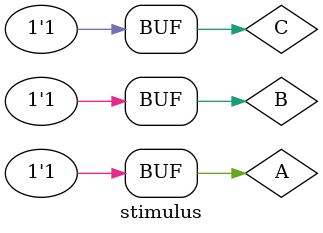
<source format=v>
`timescale 1ns / 1ps


module Circuit(A,B,C,D,E);
output D,E;
input A,B,C;
wire W1;
and G1(W1,A,B);
not G2(E,C);
or G3(D,W1,E);
endmodule

module stimulus;
reg A,B,C;
wire D,E,W1;
Circuit uut(A,B,C,D,E);
initial
begin
A=0;B=0;C=0;
#10 A=0;B=0;C=1;
#10 A=0;B=1;C=0;
#10 A=0;B=1;C=1;
#10 A=1;B=0;C=0;
#10 A=1;B=0;C=1;
#10 A=1;B=1;C=0;
#10 A=1;B=1;C=1;
end
endmodule

</source>
